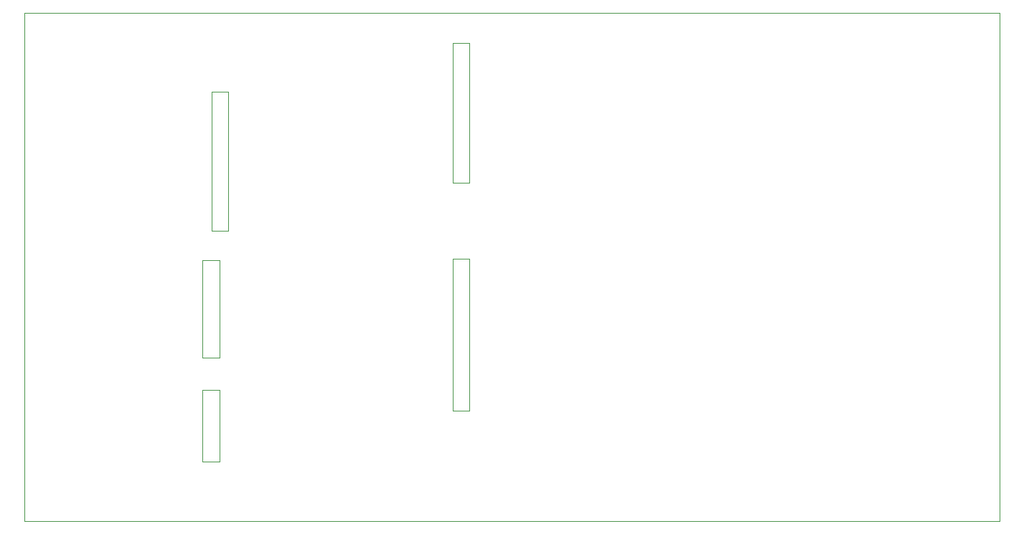
<source format=gbr>
%TF.GenerationSoftware,KiCad,Pcbnew,9.0.2*%
%TF.CreationDate,2025-08-11T16:15:30+08:00*%
%TF.ProjectId,tsal_g_v4.zip,7473616c-5f67-45f7-9634-2e7a69702e6b,rev?*%
%TF.SameCoordinates,Original*%
%TF.FileFunction,Profile,NP*%
%FSLAX46Y46*%
G04 Gerber Fmt 4.6, Leading zero omitted, Abs format (unit mm)*
G04 Created by KiCad (PCBNEW 9.0.2) date 2025-08-11 16:15:30*
%MOMM*%
%LPD*%
G01*
G04 APERTURE LIST*
%TA.AperFunction,Profile*%
%ADD10C,0.050000*%
%TD*%
G04 APERTURE END LIST*
D10*
X107000000Y-56500000D02*
X109000000Y-56500000D01*
X109000000Y-73000000D01*
X107000000Y-73000000D01*
X107000000Y-56500000D01*
X77500000Y-82200000D02*
X79500000Y-82200000D01*
X79500000Y-93700000D01*
X77500000Y-93700000D01*
X77500000Y-82200000D01*
X77500000Y-97500000D02*
X79500000Y-97500000D01*
X79500000Y-106000000D01*
X77500000Y-106000000D01*
X77500000Y-97500000D01*
X107000000Y-82000000D02*
X109000000Y-82000000D01*
X109000000Y-100000000D01*
X107000000Y-100000000D01*
X107000000Y-82000000D01*
X78550000Y-62250000D02*
X80550000Y-62250000D01*
X80550000Y-78675000D01*
X78550000Y-78675000D01*
X78550000Y-62250000D01*
X56500000Y-53000000D02*
X171500000Y-53000000D01*
X171500000Y-113000000D01*
X56500000Y-113000000D01*
X56500000Y-53000000D01*
M02*

</source>
